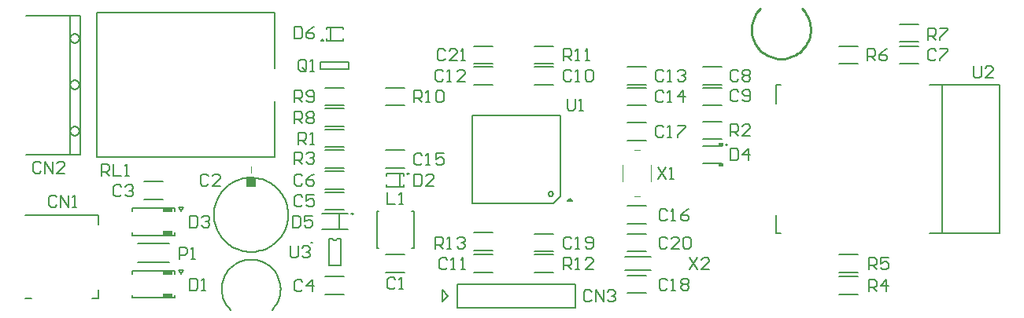
<source format=gto>
G04*
G04 #@! TF.GenerationSoftware,Altium Limited,Altium Designer,22.8.2 (66)*
G04*
G04 Layer_Color=65535*
%FSLAX25Y25*%
%MOIN*%
G70*
G04*
G04 #@! TF.SameCoordinates,13EA9874-455B-4FA2-A727-6D6EF1C97DE0*
G04*
G04*
G04 #@! TF.FilePolarity,Positive*
G04*
G01*
G75*
%ADD10C,0.01000*%
%ADD11C,0.00500*%
%ADD12C,0.00787*%
%ADD13C,0.00400*%
%ADD14C,0.00600*%
%ADD15R,0.02000X0.01500*%
%ADD16R,0.03937X0.03937*%
%ADD17R,0.04000X0.02000*%
G54D10*
X313996Y130886D02*
X313319Y130153D01*
X312702Y129368D01*
X312151Y128536D01*
X311667Y127663D01*
X311255Y126754D01*
X310916Y125815D01*
X310653Y124852D01*
X310468Y123871D01*
X310362Y122879D01*
X310336Y121881D01*
X310389Y120884D01*
X310521Y119895D01*
X310732Y118919D01*
X311020Y117964D01*
X311384Y117034D01*
X311820Y116137D01*
X312327Y115277D01*
X312901Y114460D01*
X313538Y113691D01*
X314234Y112976D01*
X314985Y112319D01*
X315787Y111724D01*
X316633Y111194D01*
X317518Y110734D01*
X318438Y110346D01*
X319386Y110032D01*
X320355Y109796D01*
X321341Y109637D01*
X322336Y109557D01*
X323334Y109557D01*
X324329Y109637D01*
X325314Y109796D01*
X326284Y110032D01*
X327231Y110346D01*
X328151Y110734D01*
X329036Y111194D01*
X329883Y111724D01*
X330684Y112319D01*
X331435Y112976D01*
X332131Y113691D01*
X332768Y114460D01*
X333342Y115277D01*
X333849Y116136D01*
X334285Y117034D01*
X334649Y117964D01*
X334937Y118919D01*
X335148Y119895D01*
X335280Y120884D01*
X335333Y121881D01*
X335307Y122879D01*
X335201Y123871D01*
X335016Y124852D01*
X334753Y125815D01*
X334415Y126754D01*
X334002Y127663D01*
X333519Y128536D01*
X332967Y129367D01*
X332351Y130153D01*
X331674Y130886D01*
G54D11*
X226378Y52165D02*
X225886Y53018D01*
X224902D01*
X224409Y52165D01*
X224902Y51313D01*
X225886D01*
X226378Y52165D01*
X25591Y78740D02*
X25327Y79724D01*
X24606Y80445D01*
X23622Y80709D01*
X22638Y80445D01*
X21917Y79724D01*
X21654Y78740D01*
X21917Y77756D01*
X22638Y77035D01*
X23622Y76772D01*
X24606Y77035D01*
X25327Y77756D01*
X25591Y78740D01*
Y118110D02*
X25327Y119095D01*
X24606Y119815D01*
X23622Y120079D01*
X22638Y119815D01*
X21917Y119095D01*
X21654Y118110D01*
X21917Y117126D01*
X22638Y116405D01*
X23622Y116142D01*
X24606Y116405D01*
X25327Y117126D01*
X25591Y118110D01*
Y98425D02*
X25327Y99409D01*
X24606Y100130D01*
X23622Y100394D01*
X22638Y100130D01*
X21917Y99409D01*
X21654Y98425D01*
X21917Y97441D01*
X22638Y96720D01*
X23622Y96457D01*
X24606Y96720D01*
X25327Y97441D01*
X25591Y98425D01*
X132874Y33268D02*
X133420Y32581D01*
X134297D01*
X134843Y33268D01*
X114173Y43307D02*
X114141Y44306D01*
X114047Y45301D01*
X113889Y46287D01*
X113669Y47262D01*
X113387Y48221D01*
X113045Y49160D01*
X112645Y50076D01*
X112187Y50964D01*
X111673Y51821D01*
X111107Y52644D01*
X110489Y53430D01*
X109823Y54175D01*
X109110Y54875D01*
X108355Y55530D01*
X107560Y56135D01*
X106728Y56689D01*
X105862Y57188D01*
X104967Y57632D01*
X104045Y58018D01*
X103101Y58345D01*
X102138Y58611D01*
X101160Y58816D01*
X100171Y58958D01*
X99174Y59037D01*
X98175Y59053D01*
X97177Y59006D01*
X96184Y58895D01*
X95200Y58721D01*
X94229Y58486D01*
X93274Y58189D01*
X92341Y57832D01*
X91432Y57417D01*
X90551Y56945D01*
X89702Y56418D01*
X88888Y55839D01*
X88112Y55209D01*
X87378Y54531D01*
X86689Y53807D01*
X86046Y53042D01*
X85454Y52237D01*
X84914Y51397D01*
X84428Y50523D01*
X83998Y49621D01*
X83627Y48693D01*
X83315Y47744D01*
X83064Y46777D01*
X82875Y45795D01*
X82749Y44804D01*
X82685Y43807D01*
Y42807D01*
X82749Y41810D01*
X82875Y40819D01*
X83064Y39838D01*
X83315Y38870D01*
X83627Y37921D01*
X83998Y36993D01*
X84428Y36091D01*
X84914Y35218D01*
X85454Y34377D01*
X86046Y33572D01*
X86689Y32807D01*
X87378Y32083D01*
X88112Y31405D01*
X88888Y30775D01*
X89702Y30196D01*
X90551Y29669D01*
X91432Y29197D01*
X92341Y28782D01*
X93274Y28425D01*
X94229Y28128D01*
X95200Y27893D01*
X96184Y27719D01*
X97177Y27609D01*
X98175Y27561D01*
X99174Y27577D01*
X100171Y27656D01*
X101160Y27798D01*
X102138Y28003D01*
X103101Y28269D01*
X104045Y28596D01*
X104967Y28982D01*
X105862Y29426D01*
X106728Y29926D01*
X107560Y30479D01*
X108355Y31084D01*
X109110Y31739D01*
X109823Y32440D01*
X110489Y33184D01*
X111107Y33970D01*
X111673Y34793D01*
X112187Y35650D01*
X112645Y36539D01*
X113045Y37454D01*
X113387Y38393D01*
X113669Y39352D01*
X113889Y40327D01*
X114047Y41313D01*
X114141Y42308D01*
X114173Y43307D01*
X107264Y2972D02*
X107941Y3706D01*
X108557Y4491D01*
X109109Y5322D01*
X109593Y6196D01*
X110005Y7104D01*
X110344Y8043D01*
X110607Y9006D01*
X110791Y9987D01*
X110898Y10980D01*
X110924Y11977D01*
X110871Y12974D01*
X110739Y13963D01*
X110528Y14939D01*
X110239Y15895D01*
X109876Y16824D01*
X109439Y17722D01*
X108933Y18582D01*
X108359Y19399D01*
X107722Y20167D01*
X107026Y20882D01*
X106274Y21539D01*
X105473Y22135D01*
X104627Y22664D01*
X103742Y23124D01*
X102822Y23512D01*
X101874Y23826D01*
X100905Y24063D01*
X99919Y24221D01*
X98924Y24301D01*
X97926Y24301D01*
X96931Y24221D01*
X95946Y24063D01*
X94976Y23826D01*
X94029Y23512D01*
X93109Y23124D01*
X92223Y22664D01*
X91377Y22135D01*
X90576Y21539D01*
X89825Y20882D01*
X89129Y20167D01*
X88491Y19399D01*
X87918Y18582D01*
X87411Y17722D01*
X86975Y16824D01*
X86611Y15895D01*
X86323Y14939D01*
X86112Y13963D01*
X85979Y12974D01*
X85926Y11977D01*
X85953Y10980D01*
X86059Y9987D01*
X86244Y9006D01*
X86506Y8043D01*
X86845Y7104D01*
X87258Y6196D01*
X87741Y5322D01*
X88293Y4491D01*
X88909Y3706D01*
X89586Y2972D01*
X191929Y48228D02*
X226378D01*
X191929D02*
Y85630D01*
X229331D01*
Y51181D02*
Y85630D01*
X226378Y48228D02*
X229331Y51181D01*
X233268Y50197D02*
Y50197D01*
Y50197D02*
X234252Y49213D01*
X232283D02*
X234252D01*
X232283D02*
X233268Y50197D01*
X233268D01*
X192850Y28238D02*
X200850D01*
X192850Y35738D02*
X200850D01*
X289799Y72648D02*
X297799D01*
X289799Y65148D02*
X297799D01*
X299331Y73272D02*
X299705Y72898D01*
X299331Y73272D02*
X300173D01*
X299799Y72898D02*
X300173Y73272D01*
X299705Y72898D02*
X299799D01*
X289799Y75482D02*
X297799D01*
X289799Y82982D02*
X297799D01*
X347378Y114971D02*
X355378D01*
X347378Y107471D02*
X355378D01*
X385827Y35433D02*
X415354D01*
X390945D02*
Y98425D01*
X385827D02*
X415354D01*
Y35433D02*
Y98425D01*
X320866Y35433D02*
X322835D01*
X320866D02*
Y43307D01*
Y90551D02*
Y98425D01*
X322835D01*
X289799Y97254D02*
X297799D01*
X289799Y89754D02*
X297799D01*
X289799Y106112D02*
X297799D01*
X289799Y98612D02*
X297799D01*
X347378Y9537D02*
X355378D01*
X347378Y17037D02*
X355378D01*
X347378Y18888D02*
X355378D01*
X347378Y26388D02*
X355378D01*
X372969Y124321D02*
X380968D01*
X372969Y116821D02*
X380968D01*
X372969Y114971D02*
X380968D01*
X372969Y107471D02*
X380968D01*
X129858Y72037D02*
X137858D01*
X129858Y79537D02*
X137858D01*
X129858Y63179D02*
X137858D01*
X129858Y70679D02*
X137858D01*
X2953Y68925D02*
X25984Y68898D01*
Y127953D01*
X2953Y127925D02*
X25984Y127953D01*
X21654Y68898D02*
Y127953D01*
X33071Y67716D02*
X108268D01*
X33071D02*
Y129134D01*
X108268D01*
Y105512D02*
Y129134D01*
Y67716D02*
Y91339D01*
X130315Y122079D02*
Y122835D01*
Y117323D02*
Y118279D01*
X137402Y117323D02*
Y118179D01*
Y122079D02*
Y122835D01*
X127908Y117229D02*
X128408Y117729D01*
X127908Y117229D02*
X128908D01*
X128408Y117729D02*
X128908Y117229D01*
X130315Y117323D02*
X137402D01*
X130315Y122835D02*
X137402D01*
X131958Y117379D02*
Y122835D01*
X127858Y105291D02*
Y108291D01*
X139858D01*
Y105291D02*
Y108291D01*
X127858Y105291D02*
X139858D01*
X129858Y97254D02*
X137858D01*
X129858Y89754D02*
X137858D01*
X129858Y80896D02*
X137858D01*
X129858Y88396D02*
X137858D01*
X151575Y44783D02*
X152559D01*
X151575Y29035D02*
X152559D01*
X166339Y44783D02*
X167323D01*
X166339Y29035D02*
X167323D01*
Y44783D01*
X151575Y29035D02*
Y44783D01*
X155449Y26388D02*
X163449D01*
X155449Y18888D02*
X163449D01*
X162992Y55315D02*
Y56071D01*
Y59871D02*
Y60827D01*
X155905Y59971D02*
Y60827D01*
Y55315D02*
Y56071D01*
X164899Y60421D02*
X165399Y60921D01*
X164399D02*
X165399D01*
X164399D02*
X164899Y60421D01*
X155905Y60827D02*
X162992D01*
X155905Y55315D02*
X162992D01*
X161349D02*
Y60771D01*
X129858Y61821D02*
X137858D01*
X129858Y54321D02*
X137858D01*
X129858Y52963D02*
X137858D01*
X129858Y45463D02*
X137858D01*
X141358Y43354D02*
X141858Y43854D01*
X140858D02*
X141858D01*
X140858D02*
X141358Y43354D01*
X135858Y37354D02*
Y43354D01*
X128248Y37008D02*
X139469D01*
X128248Y43701D02*
X139469D01*
X134843Y33268D02*
X136417D01*
X131299D02*
X132874D01*
X131299Y21850D02*
X136417D01*
Y33268D01*
X131299Y21850D02*
Y33268D01*
X53087Y57392D02*
X61087D01*
X53087Y49892D02*
X61087D01*
X129858Y17037D02*
X137858D01*
X129858Y9537D02*
X137858D01*
X48031Y46102D02*
X66142D01*
X48031Y34606D02*
X66142D01*
X48031Y44854D02*
Y46102D01*
Y34606D02*
Y35854D01*
X66142Y34606D02*
Y35854D01*
Y44854D02*
Y46102D01*
X67587Y46354D02*
X69587D01*
X68587Y44854D02*
X69587Y46354D01*
X67587D02*
X68587Y44854D01*
X50394Y31004D02*
X63779D01*
X50394Y23130D02*
X63779D01*
X48031Y19527D02*
X66142D01*
X48031Y8032D02*
X66142D01*
X48031Y18280D02*
Y19527D01*
Y8032D02*
Y9279D01*
X66142Y8032D02*
Y9279D01*
Y18280D02*
Y19527D01*
X67587Y19780D02*
X69587D01*
X68587Y18280D02*
X69587Y19780D01*
X67587D02*
X68587Y18280D01*
X2657Y43110D02*
X33760D01*
X2657Y7677D02*
X5413Y7677D01*
X31004D02*
X33760D01*
Y39173D02*
Y43110D01*
Y7677D02*
Y11614D01*
X218441Y107471D02*
X226441D01*
X218441Y114971D02*
X226441D01*
X179380Y11358D02*
X181880Y8858D01*
X179380Y6358D02*
Y11358D01*
Y6358D02*
X181880Y8858D01*
X185630Y3858D02*
Y13858D01*
Y3858D02*
X235630D01*
X185630Y13858D02*
X235630D01*
Y3858D02*
Y13858D01*
X218441Y26388D02*
X226441D01*
X218441Y18888D02*
X226441D01*
X155449Y89754D02*
X163449D01*
X155449Y97254D02*
X163449D01*
X192850Y18888D02*
X200850D01*
X192850Y26388D02*
X200850D01*
X155449Y63179D02*
X163449D01*
X155449Y70679D02*
X163449D01*
X192850Y107471D02*
X200850D01*
X192850Y114971D02*
X200850D01*
X218441Y35246D02*
X226441D01*
X218441Y27746D02*
X226441D01*
X192850Y98612D02*
X200850D01*
X192850Y106112D02*
X200850D01*
X218441Y98612D02*
X226441D01*
X218441Y106112D02*
X226441D01*
X257811Y98612D02*
X265811D01*
X257811Y106112D02*
X265811D01*
X256695Y19783D02*
X267895D01*
X256695Y25492D02*
X267895D01*
X257811Y27746D02*
X265811D01*
X257811Y35246D02*
X265811D01*
X257811Y10029D02*
X265811D01*
X257811Y17529D02*
X265811D01*
X257811Y74990D02*
X265811D01*
X257811Y82490D02*
X265811D01*
X257811Y47057D02*
X265811D01*
X257811Y39557D02*
X265811D01*
X257811Y89754D02*
X265811D01*
X257811Y97254D02*
X265811D01*
G54D12*
X124409Y31496D02*
X123622D01*
X124409D01*
G54D13*
X98425Y61024D02*
Y63976D01*
X255906Y57480D02*
Y64567D01*
X267717Y57480D02*
Y64567D01*
X260630Y70866D02*
X262992D01*
X260630Y51181D02*
X262992D01*
G54D14*
X114929Y30058D02*
Y25893D01*
X115762Y25060D01*
X117428D01*
X118261Y25893D01*
Y30058D01*
X119928Y29225D02*
X120761Y30058D01*
X122427D01*
X123260Y29225D01*
Y28392D01*
X122427Y27559D01*
X121594D01*
X122427D01*
X123260Y26726D01*
Y25893D01*
X122427Y25060D01*
X120761D01*
X119928Y25893D01*
X404299Y106338D02*
Y102173D01*
X405132Y101339D01*
X406798D01*
X407631Y102173D01*
Y106338D01*
X412630Y101339D02*
X409298D01*
X412630Y104672D01*
Y105505D01*
X411797Y106338D01*
X410131D01*
X409298Y105505D01*
X35015Y60001D02*
Y64999D01*
X37514D01*
X38347Y64166D01*
Y62500D01*
X37514Y61667D01*
X35015D01*
X36681D02*
X38347Y60001D01*
X40013Y64999D02*
Y60001D01*
X43346D01*
X45012D02*
X46678D01*
X45845D01*
Y64999D01*
X45012Y64166D01*
X116898Y91005D02*
Y96003D01*
X119397D01*
X120230Y95170D01*
Y93504D01*
X119397Y92671D01*
X116898D01*
X118564D02*
X120230Y91005D01*
X121896Y91838D02*
X122729Y91005D01*
X124395D01*
X125228Y91838D01*
Y95170D01*
X124395Y96003D01*
X122729D01*
X121896Y95170D01*
Y94337D01*
X122729Y93504D01*
X125228D01*
X116898Y82147D02*
Y87145D01*
X119397D01*
X120230Y86312D01*
Y84646D01*
X119397Y83813D01*
X116898D01*
X118564D02*
X120230Y82147D01*
X121896Y86312D02*
X122729Y87145D01*
X124395D01*
X125228Y86312D01*
Y85479D01*
X124395Y84646D01*
X125228Y83813D01*
Y82980D01*
X124395Y82147D01*
X122729D01*
X121896Y82980D01*
Y83813D01*
X122729Y84646D01*
X121896Y85479D01*
Y86312D01*
X122729Y84646D02*
X124395D01*
X385106Y117579D02*
Y122578D01*
X387606D01*
X388439Y121745D01*
Y120079D01*
X387606Y119246D01*
X385106D01*
X386772D02*
X388439Y117579D01*
X390105Y122578D02*
X393437D01*
Y121745D01*
X390105Y118413D01*
Y117579D01*
X359516Y108721D02*
Y113720D01*
X362015D01*
X362848Y112887D01*
Y111221D01*
X362015Y110387D01*
X359516D01*
X361182D02*
X362848Y108721D01*
X367846Y113720D02*
X366180Y112887D01*
X364514Y111221D01*
Y109554D01*
X365347Y108721D01*
X367013D01*
X367846Y109554D01*
Y110387D01*
X367013Y111221D01*
X364514D01*
X360008Y20139D02*
Y25137D01*
X362507D01*
X363340Y24304D01*
Y22638D01*
X362507Y21805D01*
X360008D01*
X361674D02*
X363340Y20139D01*
X368338Y25137D02*
X365006D01*
Y22638D01*
X366672Y23471D01*
X367506D01*
X368338Y22638D01*
Y20972D01*
X367506Y20139D01*
X365839D01*
X365006Y20972D01*
X360008Y10788D02*
Y15787D01*
X362507D01*
X363340Y14954D01*
Y13287D01*
X362507Y12454D01*
X360008D01*
X361674D02*
X363340Y10788D01*
X367506D02*
Y15787D01*
X365006Y13287D01*
X368338D01*
X116898Y64922D02*
Y69920D01*
X119397D01*
X120230Y69087D01*
Y67421D01*
X119397Y66588D01*
X116898D01*
X118564D02*
X120230Y64922D01*
X121896Y69087D02*
X122729Y69920D01*
X124395D01*
X125228Y69087D01*
Y68254D01*
X124395Y67421D01*
X123562D01*
X124395D01*
X125228Y66588D01*
Y65755D01*
X124395Y64922D01*
X122729D01*
X121896Y65755D01*
X121896Y105125D02*
Y108458D01*
X121063Y109291D01*
X119397D01*
X118564Y108458D01*
Y105125D01*
X119397Y104292D01*
X121063D01*
X120230Y105958D02*
X121896Y104292D01*
X121063D02*
X121896Y105125D01*
X123562Y104292D02*
X125228D01*
X124395D01*
Y109291D01*
X123562Y108458D01*
X68026Y24568D02*
Y29566D01*
X70525D01*
X71358Y28733D01*
Y27067D01*
X70525Y26234D01*
X68026D01*
X73024Y24568D02*
X74691D01*
X73857D01*
Y29566D01*
X73024Y28733D01*
X156117Y52696D02*
Y47698D01*
X159449D01*
X161115D02*
X162781D01*
X161948D01*
Y52696D01*
X161115Y51863D01*
X116898Y123070D02*
Y118072D01*
X119397D01*
X120230Y118905D01*
Y122237D01*
X119397Y123070D01*
X116898D01*
X125228D02*
X123562Y122237D01*
X121896Y120571D01*
Y118905D01*
X122729Y118072D01*
X124395D01*
X125228Y118905D01*
Y119738D01*
X124395Y120571D01*
X121896D01*
X115913Y42854D02*
Y37855D01*
X118413D01*
X119246Y38688D01*
Y42020D01*
X118413Y42854D01*
X115913D01*
X124244D02*
X120912D01*
Y40354D01*
X122578Y41187D01*
X123411D01*
X124244Y40354D01*
Y38688D01*
X123411Y37855D01*
X121745D01*
X120912Y38688D01*
X301445Y71397D02*
Y66399D01*
X303944D01*
X304777Y67232D01*
Y70564D01*
X303944Y71397D01*
X301445D01*
X308943Y66399D02*
Y71397D01*
X306443Y68898D01*
X309776D01*
X72455Y42854D02*
Y37855D01*
X74954D01*
X75787Y38688D01*
Y42020D01*
X74954Y42854D01*
X72455D01*
X77454Y42020D02*
X78287Y42854D01*
X79953D01*
X80786Y42020D01*
Y41187D01*
X79953Y40354D01*
X79120D01*
X79953D01*
X80786Y39521D01*
Y38688D01*
X79953Y37855D01*
X78287D01*
X77454Y38688D01*
X167473Y60570D02*
Y55572D01*
X169972D01*
X170805Y56405D01*
Y59737D01*
X169972Y60570D01*
X167473D01*
X175803Y55572D02*
X172471D01*
X175803Y58904D01*
Y59737D01*
X174970Y60570D01*
X173304D01*
X172471Y59737D01*
X72455Y16279D02*
Y11280D01*
X74954D01*
X75787Y12113D01*
Y15446D01*
X74954Y16279D01*
X72455D01*
X77454Y11280D02*
X79120D01*
X78287D01*
Y16279D01*
X77454Y15446D01*
X9463Y65150D02*
X8630Y65983D01*
X6964D01*
X6131Y65150D01*
Y61818D01*
X6964Y60985D01*
X8630D01*
X9463Y61818D01*
X11129Y60985D02*
Y65983D01*
X14461Y60985D01*
Y65983D01*
X19460Y60985D02*
X16127D01*
X19460Y64317D01*
Y65150D01*
X18627Y65983D01*
X16961D01*
X16127Y65150D01*
X16202Y50682D02*
X15369Y51515D01*
X13702D01*
X12869Y50682D01*
Y47350D01*
X13702Y46517D01*
X15369D01*
X16202Y47350D01*
X17868Y46517D02*
Y51515D01*
X21200Y46517D01*
Y51515D01*
X22866Y46517D02*
X24532D01*
X23699D01*
Y51515D01*
X22866Y50682D01*
X181480Y24304D02*
X180647Y25137D01*
X178981D01*
X178148Y24304D01*
Y20972D01*
X178981Y20139D01*
X180647D01*
X181480Y20972D01*
X183147Y20139D02*
X184813D01*
X183979D01*
Y25137D01*
X183147Y24304D01*
X187312Y20139D02*
X188978D01*
X188145D01*
Y25137D01*
X187312Y24304D01*
X304777Y95662D02*
X303944Y96495D01*
X302278D01*
X301445Y95662D01*
Y92330D01*
X302278Y91497D01*
X303944D01*
X304777Y92330D01*
X306443D02*
X307276Y91497D01*
X308943D01*
X309776Y92330D01*
Y95662D01*
X308943Y96495D01*
X307276D01*
X306443Y95662D01*
Y94829D01*
X307276Y93996D01*
X309776D01*
X304777Y104028D02*
X303944Y104861D01*
X302278D01*
X301445Y104028D01*
Y100696D01*
X302278Y99863D01*
X303944D01*
X304777Y100696D01*
X306443Y104028D02*
X307276Y104861D01*
X308943D01*
X309776Y104028D01*
Y103195D01*
X308943Y102362D01*
X309776Y101529D01*
Y100696D01*
X308943Y99863D01*
X307276D01*
X306443Y100696D01*
Y101529D01*
X307276Y102362D01*
X306443Y103195D01*
Y104028D01*
X307276Y102362D02*
X308943D01*
X388439Y112887D02*
X387606Y113720D01*
X385939D01*
X385106Y112887D01*
Y109554D01*
X385939Y108721D01*
X387606D01*
X388439Y109554D01*
X390105Y113720D02*
X393437D01*
Y112887D01*
X390105Y109554D01*
Y108721D01*
X120230Y59737D02*
X119397Y60570D01*
X117731D01*
X116898Y59737D01*
Y56405D01*
X117731Y55572D01*
X119397D01*
X120230Y56405D01*
X125228Y60570D02*
X123562Y59737D01*
X121896Y58071D01*
Y56405D01*
X122729Y55572D01*
X124395D01*
X125228Y56405D01*
Y57238D01*
X124395Y58071D01*
X121896D01*
X120230Y50879D02*
X119397Y51712D01*
X117731D01*
X116898Y50879D01*
Y47546D01*
X117731Y46713D01*
X119397D01*
X120230Y47546D01*
X125228Y51712D02*
X121896D01*
Y49213D01*
X123562Y50046D01*
X124395D01*
X125228Y49213D01*
Y47546D01*
X124395Y46713D01*
X122729D01*
X121896Y47546D01*
X120230Y14954D02*
X119397Y15787D01*
X117731D01*
X116898Y14954D01*
Y11621D01*
X117731Y10788D01*
X119397D01*
X120230Y11621D01*
X124395Y10788D02*
Y15787D01*
X121896Y13287D01*
X125228D01*
X43458Y55308D02*
X42625Y56141D01*
X40959D01*
X40126Y55308D01*
Y51976D01*
X40959Y51143D01*
X42625D01*
X43458Y51976D01*
X45124Y55308D02*
X45957Y56141D01*
X47624D01*
X48457Y55308D01*
Y54475D01*
X47624Y53642D01*
X46791D01*
X47624D01*
X48457Y52809D01*
Y51976D01*
X47624Y51143D01*
X45957D01*
X45124Y51976D01*
X80368Y59737D02*
X79535Y60570D01*
X77868D01*
X77035Y59737D01*
Y56405D01*
X77868Y55572D01*
X79535D01*
X80368Y56405D01*
X85366Y55572D02*
X82034D01*
X85366Y58904D01*
Y59737D01*
X84533Y60570D01*
X82867D01*
X82034Y59737D01*
X159449Y15938D02*
X158616Y16771D01*
X156950D01*
X156117Y15938D01*
Y12606D01*
X156950Y11772D01*
X158616D01*
X159449Y12606D01*
X161115Y11772D02*
X162781D01*
X161948D01*
Y16771D01*
X161115Y15938D01*
X284221Y25137D02*
X287553Y20139D01*
Y25137D02*
X284221Y20139D01*
X292551D02*
X289219D01*
X292551Y23471D01*
Y24304D01*
X291718Y25137D01*
X290052D01*
X289219Y24304D01*
X270728Y63523D02*
X274060Y58524D01*
Y63523D02*
X270728Y58524D01*
X275726D02*
X277392D01*
X276559D01*
Y63523D01*
X275726Y62690D01*
X232396Y92558D02*
Y88393D01*
X233229Y87560D01*
X234895D01*
X235728Y88393D01*
Y92558D01*
X237394Y87560D02*
X239061D01*
X238228D01*
Y92558D01*
X237394Y91725D01*
X176482Y28997D02*
Y33995D01*
X178981D01*
X179814Y33162D01*
Y31496D01*
X178981Y30663D01*
X176482D01*
X178148D02*
X179814Y28997D01*
X181480D02*
X183147D01*
X182313D01*
Y33995D01*
X181480Y33162D01*
X185646D02*
X186479Y33995D01*
X188145D01*
X188978Y33162D01*
Y32329D01*
X188145Y31496D01*
X187312D01*
X188145D01*
X188978Y30663D01*
Y29830D01*
X188145Y28997D01*
X186479D01*
X185646Y29830D01*
X230806Y20139D02*
Y25137D01*
X233305D01*
X234138Y24304D01*
Y22638D01*
X233305Y21805D01*
X230806D01*
X232472D02*
X234138Y20139D01*
X235804D02*
X237470D01*
X236637D01*
Y25137D01*
X235804Y24304D01*
X243302Y20139D02*
X239969D01*
X243302Y23471D01*
Y24304D01*
X242468Y25137D01*
X240802D01*
X239969Y24304D01*
X230806Y108721D02*
Y113720D01*
X233305D01*
X234138Y112887D01*
Y111221D01*
X233305Y110387D01*
X230806D01*
X232472D02*
X234138Y108721D01*
X235804D02*
X237470D01*
X236637D01*
Y113720D01*
X235804Y112887D01*
X239969Y108721D02*
X241635D01*
X240802D01*
Y113720D01*
X239969Y112887D01*
X167473Y91005D02*
Y96003D01*
X169972D01*
X170805Y95170D01*
Y93504D01*
X169972Y92671D01*
X167473D01*
X169139D02*
X170805Y91005D01*
X172471D02*
X174137D01*
X173304D01*
Y96003D01*
X172471Y95170D01*
X176636D02*
X177469Y96003D01*
X179135D01*
X179969Y95170D01*
Y91838D01*
X179135Y91005D01*
X177469D01*
X176636Y91838D01*
Y95170D01*
X301445Y76733D02*
Y81731D01*
X303944D01*
X304777Y80898D01*
Y79232D01*
X303944Y78399D01*
X301445D01*
X303111D02*
X304777Y76733D01*
X309776D02*
X306443D01*
X309776Y80065D01*
Y80898D01*
X308943Y81731D01*
X307276D01*
X306443Y80898D01*
X118564Y73288D02*
Y78287D01*
X121063D01*
X121896Y77454D01*
Y75787D01*
X121063Y74954D01*
X118564D01*
X120230D02*
X121896Y73288D01*
X123562D02*
X125228D01*
X124395D01*
Y78287D01*
X123562Y77454D01*
X242731Y10524D02*
X241898Y11357D01*
X240231D01*
X239399Y10524D01*
Y7192D01*
X240231Y6359D01*
X241898D01*
X242731Y7192D01*
X244397Y6359D02*
Y11357D01*
X247729Y6359D01*
Y11357D01*
X249395Y10524D02*
X250228Y11357D01*
X251894D01*
X252728Y10524D01*
Y9691D01*
X251894Y8858D01*
X251061D01*
X251894D01*
X252728Y8025D01*
Y7192D01*
X251894Y6359D01*
X250228D01*
X249395Y7192D01*
X180647Y112887D02*
X179814Y113720D01*
X178148D01*
X177315Y112887D01*
Y109554D01*
X178148Y108721D01*
X179814D01*
X180647Y109554D01*
X185646Y108721D02*
X182313D01*
X185646Y112054D01*
Y112887D01*
X184813Y113720D01*
X183147D01*
X182313Y112887D01*
X187312Y108721D02*
X188978D01*
X188145D01*
Y113720D01*
X187312Y112887D01*
X274727Y33162D02*
X273894Y33995D01*
X272227D01*
X271394Y33162D01*
Y29830D01*
X272227Y28997D01*
X273894D01*
X274727Y29830D01*
X279725Y28997D02*
X276393D01*
X279725Y32329D01*
Y33162D01*
X278892Y33995D01*
X277226D01*
X276393Y33162D01*
X281391D02*
X282224Y33995D01*
X283890D01*
X284723Y33162D01*
Y29830D01*
X283890Y28997D01*
X282224D01*
X281391Y29830D01*
Y33162D01*
X234138D02*
X233305Y33995D01*
X231639D01*
X230806Y33162D01*
Y29830D01*
X231639Y28997D01*
X233305D01*
X234138Y29830D01*
X235804Y28997D02*
X237470D01*
X236637D01*
Y33995D01*
X235804Y33162D01*
X239969Y29830D02*
X240802Y28997D01*
X242468D01*
X243302Y29830D01*
Y33162D01*
X242468Y33995D01*
X240802D01*
X239969Y33162D01*
Y32329D01*
X240802Y31496D01*
X243302D01*
X274643Y15446D02*
X273810Y16279D01*
X272144D01*
X271311Y15446D01*
Y12113D01*
X272144Y11280D01*
X273810D01*
X274643Y12113D01*
X276309Y11280D02*
X277976D01*
X277143D01*
Y16279D01*
X276309Y15446D01*
X280475D02*
X281308Y16279D01*
X282974D01*
X283807Y15446D01*
Y14613D01*
X282974Y13780D01*
X283807Y12946D01*
Y12113D01*
X282974Y11280D01*
X281308D01*
X280475Y12113D01*
Y12946D01*
X281308Y13780D01*
X280475Y14613D01*
Y15446D01*
X281308Y13780D02*
X282974D01*
X273167Y80406D02*
X272334Y81239D01*
X270668D01*
X269835Y80406D01*
Y77074D01*
X270668Y76241D01*
X272334D01*
X273167Y77074D01*
X274833Y76241D02*
X276499D01*
X275666D01*
Y81239D01*
X274833Y80406D01*
X278998Y81239D02*
X282331D01*
Y80406D01*
X278998Y77074D01*
Y76241D01*
X274643Y44973D02*
X273810Y45806D01*
X272144D01*
X271311Y44973D01*
Y41641D01*
X272144Y40808D01*
X273810D01*
X274643Y41641D01*
X276309Y40808D02*
X277976D01*
X277143D01*
Y45806D01*
X276309Y44973D01*
X283807Y45806D02*
X282141Y44973D01*
X280475Y43307D01*
Y41641D01*
X281308Y40808D01*
X282974D01*
X283807Y41641D01*
Y42474D01*
X282974Y43307D01*
X280475D01*
X170805Y68595D02*
X169972Y69428D01*
X168306D01*
X167473Y68595D01*
Y65263D01*
X168306Y64430D01*
X169972D01*
X170805Y65263D01*
X172471Y64430D02*
X174137D01*
X173304D01*
Y69428D01*
X172471Y68595D01*
X179969Y69428D02*
X176636D01*
Y66929D01*
X178302Y67762D01*
X179135D01*
X179969Y66929D01*
Y65263D01*
X179135Y64430D01*
X177469D01*
X176636Y65263D01*
X273167Y95170D02*
X272334Y96003D01*
X270668D01*
X269835Y95170D01*
Y91838D01*
X270668Y91005D01*
X272334D01*
X273167Y91838D01*
X274833Y91005D02*
X276499D01*
X275666D01*
Y96003D01*
X274833Y95170D01*
X281498Y91005D02*
Y96003D01*
X278998Y93504D01*
X282331D01*
X273167Y104028D02*
X272334Y104861D01*
X270668D01*
X269835Y104028D01*
Y100696D01*
X270668Y99863D01*
X272334D01*
X273167Y100696D01*
X274833Y99863D02*
X276499D01*
X275666D01*
Y104861D01*
X274833Y104028D01*
X278998D02*
X279831Y104861D01*
X281498D01*
X282331Y104028D01*
Y103195D01*
X281498Y102362D01*
X280664D01*
X281498D01*
X282331Y101529D01*
Y100696D01*
X281498Y99863D01*
X279831D01*
X278998Y100696D01*
X179814Y104028D02*
X178981Y104861D01*
X177315D01*
X176482Y104028D01*
Y100696D01*
X177315Y99863D01*
X178981D01*
X179814Y100696D01*
X181480Y99863D02*
X183147D01*
X182313D01*
Y104861D01*
X181480Y104028D01*
X188978Y99863D02*
X185646D01*
X188978Y103195D01*
Y104028D01*
X188145Y104861D01*
X186479D01*
X185646Y104028D01*
X234138D02*
X233305Y104861D01*
X231639D01*
X230806Y104028D01*
Y100696D01*
X231639Y99863D01*
X233305D01*
X234138Y100696D01*
X235804Y99863D02*
X237470D01*
X236637D01*
Y104861D01*
X235804Y104028D01*
X239969D02*
X240802Y104861D01*
X242468D01*
X243302Y104028D01*
Y100696D01*
X242468Y99863D01*
X240802D01*
X239969Y100696D01*
Y104028D01*
G54D15*
X297299Y73148D02*
D03*
Y64648D02*
D03*
G54D16*
X98425Y57087D02*
D03*
G54D17*
X63089Y45354D02*
D03*
Y35354D02*
D03*
X63087Y18780D02*
D03*
Y8780D02*
D03*
M02*

</source>
